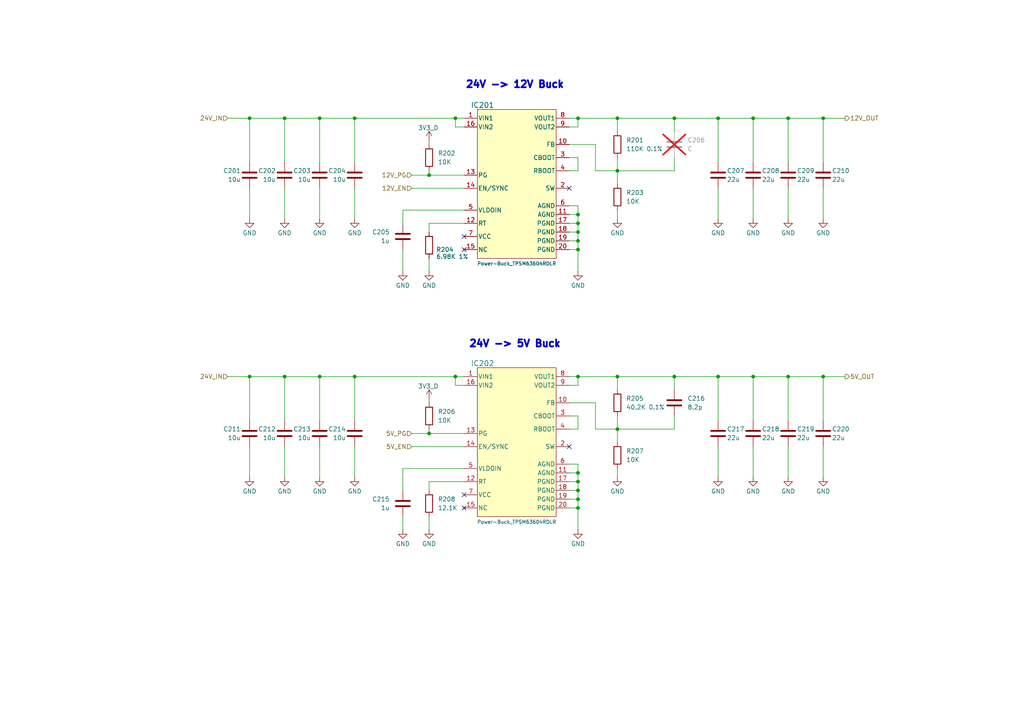
<source format=kicad_sch>
(kicad_sch (version 20250114) (generator "eeschema") (generator_version "9.0")
  (paper "A4")
  (title_block (title "RFE") (date "2024-06-01") (rev "A1") (company "LibreCellular Project - https://librecellular.org/") (comment 1 "Drawn: OK") (comment 2 "Checked: x"))
  (lib_symbols
    (symbol "Device:C" (pin_numbers (hide yes)) (pin_names (offset 0.254))
      (property "Reference" "C" (at 0.635 2.54 0))
      (property "Value" "C" (at 0.635 -2.54 0))
      (symbol "C_0_1"
        (polyline (pts (xy -2.032 0.762) (xy 2.032 0.762)) (stroke (width 0.508)))
        (polyline (pts (xy -2.032 -0.762) (xy 2.032 -0.762)) (stroke (width 0.508)))
      )
      (symbol "C_1_1"
        (pin passive line (at 0 3.81 270) (length 2.794) (name "~") (number "1"))
        (pin passive line (at 0 -3.81 90) (length 2.794) (name "~") (number "2"))
      )
    )
    (symbol "Device:R" (pin_numbers (hide yes)) (pin_names (offset 0))
      (property "Reference" "R" (at 2.032 0 90))
      (property "Value" "R" (at 0 0 90))
      (symbol "R_0_1"
        (rectangle (start -1.016 -2.54) (end 1.016 2.54) (stroke (width 0.254)))
      )
      (symbol "R_1_1"
        (pin passive line (at 0 3.81 270) (length 1.27) (name "~") (number "1"))
        (pin passive line (at 0 -3.81 90) (length 1.27) (name "~") (number "2"))
      )
    )
    (symbol "LC_RFE:Power-Buck_TPSM63604RDLR" (pin_names (offset 0.254))
      (property "Reference" "IC" (at -10.414 23.622 0))
      (property "Value" "Power-Buck_TPSM63604RDLR" (at -2.032 -23.622 0))
      (symbol "Power-Buck_TPSM63604RDLR_0_1"
        (pin input line (at -15.24 16.51 0) (length 3.81) (name "VIN2") (number "16"))
        (pin output line (at -15.24 2.54 0) (length 3.81) (name "PG") (number "13"))
        (pin input line (at -15.24 -1.27 0) (length 3.81) (name "EN/SYNC") (number "14"))
        (pin power_in line (at -15.24 -7.62 0) (length 3.81) (name "VLDOIN") (number "5"))
        (pin input line (at -15.24 -11.43 0) (length 3.81) (name "RT") (number "12"))
        (pin power_in line (at -15.24 -15.24 0) (length 3.81) (name "VCC") (number "7"))
        (pin no_connect line (at -15.24 -19.05 0) (length 3.81) (name "NC") (number "15"))
        (pin output line (at 15.24 19.05 180) (length 3.81) (name "VOUT1") (number "8"))
        (pin output line (at 15.24 16.51 180) (length 3.81) (name "VOUT2") (number "9"))
        (pin input line (at 15.24 11.43 180) (length 3.81) (name "FB") (number "10"))
        (pin bidirectional line (at 15.24 7.62 180) (length 3.81) (name "CBOOT") (number "3"))
        (pin bidirectional line (at 15.24 3.81 180) (length 3.81) (name "RBOOT") (number "4"))
        (pin output line (at 15.24 -1.27 180) (length 3.81) (name "SW") (number "2"))
        (pin power_out line (at 15.24 -6.35 180) (length 3.81) (name "AGND") (number "6"))
        (pin power_out line (at 15.24 -8.89 180) (length 3.81) (name "AGND") (number "11"))
        (pin power_out line (at 15.24 -11.43 180) (length 3.81) (name "PGND") (number "17"))
        (pin power_out line (at 15.24 -13.97 180) (length 3.81) (name "PGND") (number "18"))
        (pin power_out line (at 15.24 -16.51 180) (length 3.81) (name "PGND") (number "19"))
        (pin power_out line (at 15.24 -19.05 180) (length 3.81) (name "PGND") (number "20"))
      )
      (symbol "Power-Buck_TPSM63604RDLR_1_1"
        (rectangle (start -11.43 21.59) (end 11.43 -21.59) (fill (type background)))
        (pin input line (at -15.24 19.05 0) (length 3.81) (name "VIN1") (number "1"))
      )
    )
    (symbol "power:+3V3" (power) (pin_numbers (hide yes)) (pin_names (offset 0) (hide yes))
      (property "Value" "+3V3" (at 0 3.556 0))
      (symbol "+3V3_0_1"
        (polyline (pts (xy -0.762 1.27) (xy 0 2.54)))
        (polyline (pts (xy 0 2.54) (xy 0.762 1.27)))
        (polyline (pts (xy 0 0) (xy 0 2.54)))
      )
      (symbol "+3V3_1_1"
        (pin power_in line (at 0 0 90) (length 0) (name "~") (number "1"))
      )
    )
    (symbol "power:GND" (power) (pin_numbers (hide yes)) (pin_names (offset 0) (hide yes))
      (property "Value" "GND" (at 0 -3.81 0))
      (symbol "GND_0_1"
        (polyline (pts (xy 0 0) (xy 0 -1.27) (xy 1.27 -1.27) (xy 0 -2.54) (xy -1.27 -1.27) (xy 0 -1.27)))
      )
      (symbol "GND_1_1"
        (pin power_in line (at 0 0 270) (length 0) (name "~") (number "1"))
      )
    )
  )
  (text "24V -> 5V Buck" (at 149.352 99.822 0) (effects (font (size 2.032 2.032) (thickness 1.524) (bold yes))))
  (text "24V -> 12V Buck" (at 149.352 24.638 0) (effects (font (size 2.032 2.032) (thickness 1.524) (bold yes))))
  (junction (at 167.64 34.29))
  (junction (at 167.64 109.22))
  (junction (at 167.64 137.16))
  (junction (at 179.07 34.29))
  (junction (at 228.6 34.29))
  (junction (at 124.46 125.73))
  (junction (at 167.64 144.78))
  (junction (at 92.71 34.29))
  (junction (at 208.28 109.22))
  (junction (at 238.76 109.22))
  (junction (at 208.28 34.29))
  (junction (at 132.08 109.22))
  (junction (at 102.87 109.22))
  (junction (at 72.39 109.22))
  (junction (at 167.64 147.32))
  (junction (at 167.64 72.39))
  (junction (at 218.44 34.29))
  (junction (at 92.71 109.22))
  (junction (at 195.58 34.29))
  (junction (at 124.46 50.8))
  (junction (at 167.64 69.85))
  (junction (at 82.55 109.22))
  (junction (at 132.08 34.29))
  (junction (at 167.64 64.77))
  (junction (at 179.07 49.53))
  (junction (at 82.55 34.29))
  (junction (at 228.6 109.22))
  (junction (at 195.58 109.22))
  (junction (at 179.07 124.46))
  (junction (at 102.87 34.29))
  (junction (at 218.44 109.22))
  (junction (at 72.39 34.29))
  (junction (at 167.64 67.31))
  (junction (at 167.64 62.23))
  (junction (at 167.64 142.24))
  (junction (at 179.07 109.22))
  (junction (at 238.76 34.29))
  (junction (at 167.64 139.7))
  (no_connect (at 134.62 143.51))
  (no_connect (at 165.1 54.61))
  (no_connect (at 134.62 72.39))
  (no_connect (at 134.62 68.58))
  (no_connect (at 134.62 147.32))
  (no_connect (at 165.1 129.54))
  (wire (pts (xy 167.64 34.29) (xy 167.64 36.83)))
  (wire (pts (xy 167.64 137.16) (xy 167.64 139.7)))
  (wire (pts (xy 72.39 34.29) (xy 82.55 34.29)))
  (wire (pts (xy 119.38 129.54) (xy 134.62 129.54)))
  (wire (pts (xy 134.62 125.73) (xy 124.46 125.73)))
  (wire (pts (xy 165.1 67.31) (xy 167.64 67.31)))
  (wire (pts (xy 218.44 34.29) (xy 218.44 46.99)))
  (wire (pts (xy 72.39 34.29) (xy 72.39 46.99)))
  (wire (pts (xy 228.6 34.29) (xy 238.76 34.29)))
  (wire (pts (xy 116.84 78.74) (xy 116.84 72.39)))
  (wire (pts (xy 66.04 34.29) (xy 72.39 34.29)))
  (wire (pts (xy 179.07 34.29) (xy 179.07 38.1)))
  (wire (pts (xy 179.07 45.72) (xy 179.07 49.53)))
  (wire (pts (xy 179.07 109.22) (xy 195.58 109.22)))
  (wire (pts (xy 92.71 34.29) (xy 92.71 46.99)))
  (wire (pts (xy 179.07 120.65) (xy 179.07 124.46)))
  (wire (pts (xy 165.1 116.84) (xy 172.72 116.84)))
  (wire (pts (xy 134.62 60.96) (xy 116.84 60.96)))
  (wire (pts (xy 195.58 109.22) (xy 195.58 113.03)))
  (wire (pts (xy 134.62 139.7) (xy 124.46 139.7)))
  (wire (pts (xy 165.1 139.7) (xy 167.64 139.7)))
  (wire (pts (xy 124.46 125.73) (xy 124.46 124.46)))
  (wire (pts (xy 179.07 124.46) (xy 195.58 124.46)))
  (wire (pts (xy 167.64 120.65) (xy 167.64 124.46)))
  (wire (pts (xy 102.87 54.61) (xy 102.87 63.5)))
  (wire (pts (xy 102.87 129.54) (xy 102.87 138.43)))
  (wire (pts (xy 72.39 129.54) (xy 72.39 138.43)))
  (wire (pts (xy 134.62 111.76) (xy 132.08 111.76)))
  (wire (pts (xy 92.71 109.22) (xy 92.71 121.92)))
  (wire (pts (xy 167.64 45.72) (xy 167.64 49.53)))
  (wire (pts (xy 218.44 109.22) (xy 218.44 121.92)))
  (wire (pts (xy 116.84 153.67) (xy 116.84 149.86)))
  (wire (pts (xy 238.76 109.22) (xy 238.76 121.92)))
  (wire (pts (xy 165.1 144.78) (xy 167.64 144.78)))
  (wire (pts (xy 165.1 45.72) (xy 167.64 45.72)))
  (wire (pts (xy 179.07 124.46) (xy 179.07 128.27)))
  (wire (pts (xy 124.46 139.7) (xy 124.46 142.24)))
  (wire (pts (xy 132.08 34.29) (xy 132.08 36.83)))
  (wire (pts (xy 165.1 59.69) (xy 167.64 59.69)))
  (wire (pts (xy 218.44 54.61) (xy 218.44 63.5)))
  (wire (pts (xy 167.64 67.31) (xy 167.64 69.85)))
  (wire (pts (xy 165.1 34.29) (xy 167.64 34.29)))
  (wire (pts (xy 116.84 60.96) (xy 116.84 64.77)))
  (wire (pts (xy 165.1 36.83) (xy 167.64 36.83)))
  (wire (pts (xy 179.07 109.22) (xy 179.07 113.03)))
  (wire (pts (xy 208.28 129.54) (xy 208.28 138.43)))
  (wire (pts (xy 124.46 153.67) (xy 124.46 149.86)))
  (wire (pts (xy 72.39 109.22) (xy 72.39 121.92)))
  (wire (pts (xy 238.76 34.29) (xy 238.76 46.99)))
  (wire (pts (xy 82.55 54.61) (xy 82.55 63.5)))
  (wire (pts (xy 82.55 34.29) (xy 82.55 46.99)))
  (wire (pts (xy 208.28 109.22) (xy 208.28 121.92)))
  (wire (pts (xy 228.6 54.61) (xy 228.6 63.5)))
  (wire (pts (xy 92.71 109.22) (xy 102.87 109.22)))
  (wire (pts (xy 132.08 109.22) (xy 134.62 109.22)))
  (wire (pts (xy 124.46 40.64) (xy 124.46 41.91)))
  (wire (pts (xy 179.07 34.29) (xy 195.58 34.29)))
  (wire (pts (xy 218.44 34.29) (xy 228.6 34.29)))
  (wire (pts (xy 167.64 134.62) (xy 167.64 137.16)))
  (wire (pts (xy 179.07 49.53) (xy 195.58 49.53)))
  (wire (pts (xy 179.07 49.53) (xy 179.07 53.34)))
  (wire (pts (xy 102.87 109.22) (xy 132.08 109.22)))
  (wire (pts (xy 228.6 34.29) (xy 228.6 46.99)))
  (wire (pts (xy 165.1 72.39) (xy 167.64 72.39)))
  (wire (pts (xy 238.76 34.29) (xy 245.11 34.29)))
  (wire (pts (xy 116.84 135.89) (xy 116.84 142.24)))
  (wire (pts (xy 228.6 109.22) (xy 238.76 109.22)))
  (wire (pts (xy 167.64 62.23) (xy 167.64 64.77)))
  (wire (pts (xy 165.1 109.22) (xy 167.64 109.22)))
  (wire (pts (xy 132.08 34.29) (xy 134.62 34.29)))
  (wire (pts (xy 124.46 115.57) (xy 124.46 116.84)))
  (wire (pts (xy 195.58 120.65) (xy 195.58 124.46)))
  (wire (pts (xy 167.64 109.22) (xy 179.07 109.22)))
  (wire (pts (xy 102.87 109.22) (xy 102.87 121.92)))
  (wire (pts (xy 102.87 34.29) (xy 102.87 46.99)))
  (wire (pts (xy 165.1 111.76) (xy 167.64 111.76)))
  (wire (pts (xy 92.71 129.54) (xy 92.71 138.43)))
  (wire (pts (xy 195.58 34.29) (xy 208.28 34.29)))
  (wire (pts (xy 228.6 129.54) (xy 228.6 138.43)))
  (wire (pts (xy 134.62 135.89) (xy 116.84 135.89)))
  (wire (pts (xy 167.64 142.24) (xy 167.64 144.78)))
  (wire (pts (xy 165.1 69.85) (xy 167.64 69.85)))
  (wire (pts (xy 167.64 72.39) (xy 167.64 78.74)))
  (wire (pts (xy 82.55 109.22) (xy 82.55 121.92)))
  (wire (pts (xy 208.28 34.29) (xy 208.28 46.99)))
  (wire (pts (xy 165.1 137.16) (xy 167.64 137.16)))
  (wire (pts (xy 92.71 34.29) (xy 102.87 34.29)))
  (wire (pts (xy 119.38 50.8) (xy 124.46 50.8)))
  (wire (pts (xy 165.1 64.77) (xy 167.64 64.77)))
  (wire (pts (xy 72.39 109.22) (xy 82.55 109.22)))
  (wire (pts (xy 82.55 129.54) (xy 82.55 138.43)))
  (wire (pts (xy 167.64 59.69) (xy 167.64 62.23)))
  (wire (pts (xy 208.28 109.22) (xy 218.44 109.22)))
  (wire (pts (xy 238.76 109.22) (xy 245.11 109.22)))
  (wire (pts (xy 179.07 138.43) (xy 179.07 135.89)))
  (wire (pts (xy 92.71 54.61) (xy 92.71 63.5)))
  (wire (pts (xy 167.64 144.78) (xy 167.64 147.32)))
  (wire (pts (xy 132.08 109.22) (xy 132.08 111.76)))
  (wire (pts (xy 167.64 64.77) (xy 167.64 67.31)))
  (wire (pts (xy 238.76 54.61) (xy 238.76 63.5)))
  (wire (pts (xy 195.58 45.72) (xy 195.58 49.53)))
  (wire (pts (xy 165.1 124.46) (xy 167.64 124.46)))
  (wire (pts (xy 124.46 78.74) (xy 124.46 74.93)))
  (wire (pts (xy 238.76 129.54) (xy 238.76 138.43)))
  (wire (pts (xy 165.1 142.24) (xy 167.64 142.24)))
  (wire (pts (xy 124.46 50.8) (xy 124.46 49.53)))
  (wire (pts (xy 165.1 147.32) (xy 167.64 147.32)))
  (wire (pts (xy 167.64 69.85) (xy 167.64 72.39)))
  (wire (pts (xy 66.04 109.22) (xy 72.39 109.22)))
  (wire (pts (xy 134.62 50.8) (xy 124.46 50.8)))
  (wire (pts (xy 119.38 125.73) (xy 124.46 125.73)))
  (wire (pts (xy 167.64 139.7) (xy 167.64 142.24)))
  (wire (pts (xy 82.55 109.22) (xy 92.71 109.22)))
  (wire (pts (xy 208.28 54.61) (xy 208.28 63.5)))
  (wire (pts (xy 165.1 41.91) (xy 172.72 41.91)))
  (wire (pts (xy 72.39 54.61) (xy 72.39 63.5)))
  (wire (pts (xy 195.58 34.29) (xy 195.58 38.1)))
  (wire (pts (xy 119.38 54.61) (xy 134.62 54.61)))
  (wire (pts (xy 172.72 124.46) (xy 179.07 124.46)))
  (wire (pts (xy 165.1 62.23) (xy 167.64 62.23)))
  (wire (pts (xy 102.87 34.29) (xy 132.08 34.29)))
  (wire (pts (xy 134.62 36.83) (xy 132.08 36.83)))
  (wire (pts (xy 172.72 49.53) (xy 179.07 49.53)))
  (wire (pts (xy 82.55 34.29) (xy 92.71 34.29)))
  (wire (pts (xy 165.1 49.53) (xy 167.64 49.53)))
  (wire (pts (xy 134.62 64.77) (xy 124.46 64.77)))
  (wire (pts (xy 167.64 147.32) (xy 167.64 153.67)))
  (wire (pts (xy 172.72 41.91) (xy 172.72 49.53)))
  (wire (pts (xy 228.6 109.22) (xy 228.6 121.92)))
  (wire (pts (xy 124.46 64.77) (xy 124.46 67.31)))
  (wire (pts (xy 167.64 109.22) (xy 167.64 111.76)))
  (wire (pts (xy 165.1 134.62) (xy 167.64 134.62)))
  (wire (pts (xy 165.1 120.65) (xy 167.64 120.65)))
  (wire (pts (xy 179.07 63.5) (xy 179.07 60.96)))
  (wire (pts (xy 172.72 116.84) (xy 172.72 124.46)))
  (wire (pts (xy 218.44 109.22) (xy 228.6 109.22)))
  (wire (pts (xy 167.64 34.29) (xy 179.07 34.29)))
  (wire (pts (xy 208.28 34.29) (xy 218.44 34.29)))
  (wire (pts (xy 218.44 129.54) (xy 218.44 138.43)))
  (wire (pts (xy 195.58 109.22) (xy 208.28 109.22)))
  (hierarchical_label "24V_IN" (shape input) (at 66.04 34.29 180))
  (hierarchical_label "5V_PG" (shape input) (at 119.38 125.73 180))
  (hierarchical_label "12V_OUT" (shape output) (at 245.11 34.29 0))
  (hierarchical_label "5V_EN" (shape input) (at 119.38 129.54 180))
  (hierarchical_label "5V_OUT" (shape output) (at 245.11 109.22 0))
  (hierarchical_label "24V_IN" (shape input) (at 66.04 109.22 180))
  (hierarchical_label "12V_PG" (shape input) (at 119.38 50.8 180))
  (hierarchical_label "12V_EN" (shape input) (at 119.38 54.61 180))
  (symbol (lib_id "power:GND") (at 179.07 138.43 0) (unit 1)
    (property "Reference" "#PWR0219" (effects (hide yes)))
    (property "Value" "GND" (at 179.07 142.494 0))
    (property "Description" "Power symbol creates a global label with name \"GND\" , ground" (effects (hide yes)))
  )
  (symbol (lib_id "LC_RFE:Power-Buck_TPSM63604RDLR") (at 149.86 53.34 0) (unit 1)
    (property "Reference" "IC201" (at 139.954 30.48 0) (effects (font (size 1.524 1.524))))
    (property "Value" "Power-Buck_TPSM63604RDLR" (at 149.86 76.454 0) (effects (font (size 1.016 1.016))))
    (property "Footprint" "LC_RFE:B3QFN-20(5.0x5.5)-RDL0020A" (effects (hide yes)))
    (property "Datasheet" "TPSM63604RDLR" (effects (hide yes)))
    (property "JLCASSY" "C5219289" (effects (hide yes)))
  )
  (symbol (lib_id "Device:C") (at 218.44 50.8 0) (mirror y) (unit 1)
    (property "Reference" "C208" (at 220.98 49.53 0) (effects (justify right)))
    (property "Value" "22u" (at 220.98 52.07 0) (effects (justify right)))
    (property "Footprint" "Capacitor_SMD:C_1206_3216Metric" (effects (hide yes)))
    (property "Description" "Unpolarized capacitor" (effects (hide yes)))
    (property "JLCASSY" "C478862" (effects (hide yes)))
  )
  (symbol (lib_id "Device:C") (at 82.55 125.73 0) (unit 1)
    (property "Reference" "C212" (at 80.01 124.46 0) (effects (justify right)))
    (property "Value" "10u" (at 80.01 127 0) (effects (justify right)))
    (property "Footprint" "Capacitor_SMD:C_1210_3225Metric" (effects (hide yes)))
    (property "Description" "Unpolarized capacitor" (effects (hide yes)))
    (property "JLCASSY" "C597578" (effects (hide yes)))
  )
  (symbol (lib_id "Device:C") (at 72.39 50.8 0) (unit 1)
    (property "Reference" "C201" (at 69.85 49.53 0) (effects (justify right)))
    (property "Value" "10u" (at 69.85 52.07 0) (effects (justify right)))
    (property "Footprint" "Capacitor_SMD:C_1210_3225Metric" (effects (hide yes)))
    (property "Description" "Unpolarized capacitor" (effects (hide yes)))
    (property "JLCASSY" "C597578" (effects (hide yes)))
  )
  (symbol (lib_id "Device:C") (at 72.39 125.73 0) (unit 1)
    (property "Reference" "C211" (at 69.85 124.46 0) (effects (justify right)))
    (property "Value" "10u" (at 69.85 127 0) (effects (justify right)))
    (property "Footprint" "Capacitor_SMD:C_1210_3225Metric" (effects (hide yes)))
    (property "Description" "Unpolarized capacitor" (effects (hide yes)))
    (property "JLCASSY" "C597578" (effects (hide yes)))
  )
  (symbol (lib_id "power:GND") (at 124.46 153.67 0) (unit 1)
    (property "Reference" "#PWR0225" (effects (hide yes)))
    (property "Value" "GND" (at 124.46 157.734 0))
    (property "Description" "Power symbol creates a global label with name \"GND\" , ground" (effects (hide yes)))
  )
  (symbol (lib_id "power:GND") (at 82.55 138.43 0) (unit 1)
    (property "Reference" "#PWR0216" (effects (hide yes)))
    (property "Value" "GND" (at 82.55 142.494 0))
    (property "Description" "Power symbol creates a global label with name \"GND\" , ground" (effects (hide yes)))
  )
  (symbol (lib_id "Device:C") (at 82.55 50.8 0) (unit 1)
    (property "Reference" "C202" (at 80.01 49.53 0) (effects (justify right)))
    (property "Value" "10u" (at 80.01 52.07 0) (effects (justify right)))
    (property "Footprint" "Capacitor_SMD:C_1210_3225Metric" (effects (hide yes)))
    (property "Description" "Unpolarized capacitor" (effects (hide yes)))
    (property "JLCASSY" "C597578" (effects (hide yes)))
  )
  (symbol (lib_id "Device:C") (at 195.58 41.91 0) (mirror y) (unit 1) (dnp yes)
    (property "Reference" "C206" (at 199.39 40.6399 0) (effects (justify right)))
    (property "Value" "C" (at 199.39 43.1799 0) (effects (justify right)))
    (property "Footprint" "Capacitor_SMD:C_0402_1005Metric" (effects (hide yes)))
    (property "Description" "Unpolarized capacitor" (effects (hide yes)))
  )
  (symbol (lib_id "Device:R") (at 179.07 132.08 0) (unit 1)
    (property "Reference" "R207" (at 181.61 130.8099 0) (effects (justify left)))
    (property "Value" "10K" (at 181.61 133.3499 0) (effects (justify left)))
    (property "Footprint" "Resistor_SMD:R_0402_1005Metric" (effects (hide yes)))
    (property "Description" "Resistor" (effects (hide yes)))
    (property "JLCASSY" "C2902636" (effects (hide yes)))
  )
  (symbol (lib_id "power:+3V3") (at 124.46 115.57 0) (unit 1)
    (property "Reference" "#PWR0214" (effects (hide yes)))
    (property "Value" "3V3_D" (at 124.206 112.014 0))
    (property "Description" "Power symbol creates a global label with name \"+3V3\"" (effects (hide yes)))
  )
  (symbol (lib_id "Device:C") (at 218.44 125.73 0) (mirror y) (unit 1)
    (property "Reference" "C218" (at 220.98 124.46 0) (effects (justify right)))
    (property "Value" "22u" (at 220.98 127 0) (effects (justify right)))
    (property "Footprint" "Capacitor_SMD:C_1206_3216Metric" (effects (hide yes)))
    (property "Description" "Unpolarized capacitor" (effects (hide yes)))
    (property "JLCASSY" "C478862" (effects (hide yes)))
  )
  (symbol (lib_id "power:GND") (at 167.64 78.74 0) (unit 1)
    (property "Reference" "#PWR0213" (effects (hide yes)))
    (property "Value" "GND" (at 167.64 82.804 0))
    (property "Description" "Power symbol creates a global label with name \"GND\" , ground" (effects (hide yes)))
  )
  (symbol (lib_id "power:+3V3") (at 124.46 40.64 0) (unit 1)
    (property "Reference" "#PWR0201" (effects (hide yes)))
    (property "Value" "3V3_D" (at 124.206 37.084 0))
    (property "Description" "Power symbol creates a global label with name \"+3V3\"" (effects (hide yes)))
  )
  (symbol (lib_id "Device:R") (at 124.46 71.12 0) (unit 1)
    (property "Reference" "R204" (at 126.492 72.39 0) (effects (justify left)))
    (property "Value" "6.98K 1%" (at 126.492 74.422 0) (effects (justify left)))
    (property "Footprint" "Resistor_SMD:R_0402_1005Metric" (effects (hide yes)))
    (property "Description" "Resistor" (effects (hide yes)))
    (property "JLCASSY" "C47500" (effects (hide yes)))
  )
  (symbol (lib_id "Device:C") (at 116.84 146.05 0) (unit 1)
    (property "Reference" "C215" (at 113.03 144.7799 0) (effects (justify right)))
    (property "Value" "1u" (at 113.03 147.3199 0) (effects (justify right)))
    (property "Footprint" "Capacitor_SMD:C_0603_1608Metric" (effects (hide yes)))
    (property "Description" "Unpolarized capacitor" (effects (hide yes)))
    (property "JLCASSY" "C519560" (effects (hide yes)))
  )
  (symbol (lib_id "power:GND") (at 218.44 138.43 0) (unit 1)
    (property "Reference" "#PWR0221" (effects (hide yes)))
    (property "Value" "GND" (at 218.44 142.494 0))
    (property "Description" "Power symbol creates a global label with name \"GND\" , ground" (effects (hide yes)))
  )
  (symbol (lib_id "power:GND") (at 208.28 63.5 0) (unit 1)
    (property "Reference" "#PWR0207" (effects (hide yes)))
    (property "Value" "GND" (at 208.28 67.564 0))
    (property "Description" "Power symbol creates a global label with name \"GND\" , ground" (effects (hide yes)))
  )
  (symbol (lib_id "Device:R") (at 179.07 116.84 0) (unit 1)
    (property "Reference" "R205" (at 181.61 115.5699 0) (effects (justify left)))
    (property "Value" "40.2K 0.1%" (at 181.61 118.1099 0) (effects (justify left)))
    (property "Footprint" "Resistor_SMD:R_0402_1005Metric" (effects (hide yes)))
    (property "Description" "Resistor" (effects (hide yes)))
    (property "JLCASSY" "C852775" (effects (hide yes)))
  )
  (symbol (lib_id "power:GND") (at 238.76 63.5 0) (unit 1)
    (property "Reference" "#PWR0210" (effects (hide yes)))
    (property "Value" "GND" (at 238.76 67.564 0))
    (property "Description" "Power symbol creates a global label with name \"GND\" , ground" (effects (hide yes)))
  )
  (symbol (lib_id "Device:C") (at 92.71 125.73 0) (unit 1)
    (property "Reference" "C213" (at 90.17 124.46 0) (effects (justify right)))
    (property "Value" "10u" (at 90.17 127 0) (effects (justify right)))
    (property "Footprint" "Capacitor_SMD:C_1210_3225Metric" (effects (hide yes)))
    (property "Description" "Unpolarized capacitor" (effects (hide yes)))
    (property "JLCASSY" "C597578" (effects (hide yes)))
  )
  (symbol (lib_id "power:GND") (at 72.39 63.5 0) (unit 1)
    (property "Reference" "#PWR0202" (effects (hide yes)))
    (property "Value" "GND" (at 72.39 67.564 0))
    (property "Description" "Power symbol creates a global label with name \"GND\" , ground" (effects (hide yes)))
  )
  (symbol (lib_id "power:GND") (at 82.55 63.5 0) (unit 1)
    (property "Reference" "#PWR0203" (effects (hide yes)))
    (property "Value" "GND" (at 82.55 67.564 0))
    (property "Description" "Power symbol creates a global label with name \"GND\" , ground" (effects (hide yes)))
  )
  (symbol (lib_id "Device:R") (at 124.46 146.05 0) (unit 1)
    (property "Reference" "R208" (at 127 144.7799 0) (effects (justify left)))
    (property "Value" "12.1K" (at 127 147.3199 0) (effects (justify left)))
    (property "Footprint" "Resistor_SMD:R_0402_1005Metric" (effects (hide yes)))
    (property "Description" "Resistor" (effects (hide yes)))
    (property "JLCASSY" "C281773" (effects (hide yes)))
  )
  (symbol (lib_id "power:GND") (at 228.6 63.5 0) (unit 1)
    (property "Reference" "#PWR0209" (effects (hide yes)))
    (property "Value" "GND" (at 228.6 67.564 0))
    (property "Description" "Power symbol creates a global label with name \"GND\" , ground" (effects (hide yes)))
  )
  (symbol (lib_id "Device:C") (at 102.87 50.8 0) (unit 1)
    (property "Reference" "C204" (at 100.33 49.53 0) (effects (justify right)))
    (property "Value" "10u" (at 100.33 52.07 0) (effects (justify right)))
    (property "Footprint" "Capacitor_SMD:C_1210_3225Metric" (effects (hide yes)))
    (property "Description" "Unpolarized capacitor" (effects (hide yes)))
    (property "JLCASSY" "C597578" (effects (hide yes)))
  )
  (symbol (lib_id "Device:C") (at 102.87 125.73 0) (unit 1)
    (property "Reference" "C214" (at 100.33 124.46 0) (effects (justify right)))
    (property "Value" "10u" (at 100.33 127 0) (effects (justify right)))
    (property "Footprint" "Capacitor_SMD:C_1210_3225Metric" (effects (hide yes)))
    (property "Description" "Unpolarized capacitor" (effects (hide yes)))
    (property "JLCASSY" "C597578" (effects (hide yes)))
  )
  (symbol (lib_id "Device:R") (at 124.46 120.65 0) (unit 1)
    (property "Reference" "R206" (at 127 119.3799 0) (effects (justify left)))
    (property "Value" "10K" (at 127 121.9199 0) (effects (justify left)))
    (property "Footprint" "Resistor_SMD:R_0402_1005Metric" (effects (hide yes)))
    (property "Description" "Resistor" (effects (hide yes)))
    (property "JLCASSY" "C2902636" (effects (hide yes)))
  )
  (symbol (lib_id "Device:C") (at 116.84 68.58 0) (unit 1)
    (property "Reference" "C205" (at 113.03 67.3099 0) (effects (justify right)))
    (property "Value" "1u" (at 113.03 69.8499 0) (effects (justify right)))
    (property "Footprint" "Capacitor_SMD:C_0603_1608Metric" (effects (hide yes)))
    (property "Description" "Unpolarized capacitor" (effects (hide yes)))
    (property "JLCASSY" "C519560" (effects (hide yes)))
  )
  (symbol (lib_id "Device:R") (at 179.07 57.15 0) (unit 1)
    (property "Reference" "R203" (at 181.61 55.8799 0) (effects (justify left)))
    (property "Value" "10K" (at 181.61 58.4199 0) (effects (justify left)))
    (property "Footprint" "Resistor_SMD:R_0402_1005Metric" (effects (hide yes)))
    (property "Description" "Resistor" (effects (hide yes)))
    (property "JLCASSY" "C2902636" (effects (hide yes)))
  )
  (symbol (lib_id "Device:C") (at 208.28 125.73 0) (mirror y) (unit 1)
    (property "Reference" "C217" (at 210.82 124.46 0) (effects (justify right)))
    (property "Value" "22u" (at 210.82 127 0) (effects (justify right)))
    (property "Footprint" "Capacitor_SMD:C_1206_3216Metric" (effects (hide yes)))
    (property "Description" "Unpolarized capacitor" (effects (hide yes)))
    (property "JLCASSY" "C478862" (effects (hide yes)))
  )
  (symbol (lib_id "Device:C") (at 195.58 116.84 0) (mirror y) (unit 1)
    (property "Reference" "C216" (at 199.39 115.5699 0) (effects (justify right)))
    (property "Value" "8.2p" (at 199.39 118.1099 0) (effects (justify right)))
    (property "Footprint" "Capacitor_SMD:C_0402_1005Metric" (effects (hide yes)))
    (property "Description" "Unpolarized capacitor" (effects (hide yes)))
    (property "JLCASSY" "C1579" (effects (hide yes)))
  )
  (symbol (lib_id "Device:R") (at 124.46 45.72 0) (unit 1)
    (property "Reference" "R202" (at 127 44.4499 0) (effects (justify left)))
    (property "Value" "10K" (at 127 46.9899 0) (effects (justify left)))
    (property "Footprint" "Resistor_SMD:R_0402_1005Metric" (effects (hide yes)))
    (property "Description" "Resistor" (effects (hide yes)))
    (property "JLCASSY" "C2902636" (effects (hide yes)))
  )
  (symbol (lib_id "power:GND") (at 72.39 138.43 0) (unit 1)
    (property "Reference" "#PWR0215" (effects (hide yes)))
    (property "Value" "GND" (at 72.39 142.494 0))
    (property "Description" "Power symbol creates a global label with name \"GND\" , ground" (effects (hide yes)))
  )
  (symbol (lib_id "power:GND") (at 116.84 78.74 0) (unit 1)
    (property "Reference" "#PWR0211" (effects (hide yes)))
    (property "Value" "GND" (at 116.84 82.804 0))
    (property "Description" "Power symbol creates a global label with name \"GND\" , ground" (effects (hide yes)))
  )
  (symbol (lib_id "Device:C") (at 238.76 125.73 0) (mirror y) (unit 1)
    (property "Reference" "C220" (at 241.3 124.46 0) (effects (justify right)))
    (property "Value" "22u" (at 241.3 127 0) (effects (justify right)))
    (property "Footprint" "Capacitor_SMD:C_1206_3216Metric" (effects (hide yes)))
    (property "Description" "Unpolarized capacitor" (effects (hide yes)))
    (property "JLCASSY" "C478862" (effects (hide yes)))
  )
  (symbol (lib_id "Device:R") (at 179.07 41.91 0) (unit 1)
    (property "Reference" "R201" (at 181.61 40.6399 0) (effects (justify left)))
    (property "Value" "110K 0.1%" (at 181.61 43.1799 0) (effects (justify left)))
    (property "Footprint" "Resistor_SMD:R_0402_1005Metric" (effects (hide yes)))
    (property "Description" "Resistor" (effects (hide yes)))
    (property "JLCASSY" "C517659" (effects (hide yes)))
  )
  (symbol (lib_id "Device:C") (at 208.28 50.8 0) (mirror y) (unit 1)
    (property "Reference" "C207" (at 210.82 49.53 0) (effects (justify right)))
    (property "Value" "22u" (at 210.82 52.07 0) (effects (justify right)))
    (property "Footprint" "Capacitor_SMD:C_1206_3216Metric" (effects (hide yes)))
    (property "Description" "Unpolarized capacitor" (effects (hide yes)))
    (property "JLCASSY" "C478862" (effects (hide yes)))
  )
  (symbol (lib_id "Device:C") (at 238.76 50.8 0) (mirror y) (unit 1)
    (property "Reference" "C210" (at 241.3 49.53 0) (effects (justify right)))
    (property "Value" "22u" (at 241.3 52.07 0) (effects (justify right)))
    (property "Footprint" "Capacitor_SMD:C_1206_3216Metric" (effects (hide yes)))
    (property "Description" "Unpolarized capacitor" (effects (hide yes)))
    (property "JLCASSY" "C478862" (effects (hide yes)))
  )
  (symbol (lib_id "power:GND") (at 116.84 153.67 0) (unit 1)
    (property "Reference" "#PWR0224" (effects (hide yes)))
    (property "Value" "GND" (at 116.84 157.734 0))
    (property "Description" "Power symbol creates a global label with name \"GND\" , ground" (effects (hide yes)))
  )
  (symbol (lib_id "power:GND") (at 102.87 138.43 0) (unit 1)
    (property "Reference" "#PWR0218" (effects (hide yes)))
    (property "Value" "GND" (at 102.87 142.494 0))
    (property "Description" "Power symbol creates a global label with name \"GND\" , ground" (effects (hide yes)))
  )
  (symbol (lib_id "power:GND") (at 167.64 153.67 0) (unit 1)
    (property "Reference" "#PWR0226" (effects (hide yes)))
    (property "Value" "GND" (at 167.64 157.734 0))
    (property "Description" "Power symbol creates a global label with name \"GND\" , ground" (effects (hide yes)))
  )
  (symbol (lib_id "power:GND") (at 124.46 78.74 0) (unit 1)
    (property "Reference" "#PWR0212" (effects (hide yes)))
    (property "Value" "GND" (at 124.46 82.804 0))
    (property "Description" "Power symbol creates a global label with name \"GND\" , ground" (effects (hide yes)))
  )
  (symbol (lib_id "LC_RFE:Power-Buck_TPSM63604RDLR") (at 149.86 128.27 0) (unit 1)
    (property "Reference" "IC202" (at 139.954 105.41 0) (effects (font (size 1.524 1.524))))
    (property "Value" "Power-Buck_TPSM63604RDLR" (at 149.86 151.384 0) (effects (font (size 1.016 1.016))))
    (property "Footprint" "LC_RFE:B3QFN-20(5.0x5.5)-RDL0020A" (effects (hide yes)))
    (property "Datasheet" "TPSM63604RDLR" (effects (hide yes)))
    (property "JLCASSY" "C5219289" (effects (hide yes)))
  )
  (symbol (lib_id "power:GND") (at 238.76 138.43 0) (unit 1)
    (property "Reference" "#PWR0223" (effects (hide yes)))
    (property "Value" "GND" (at 238.76 142.494 0))
    (property "Description" "Power symbol creates a global label with name \"GND\" , ground" (effects (hide yes)))
  )
  (symbol (lib_id "power:GND") (at 102.87 63.5 0) (unit 1)
    (property "Reference" "#PWR0205" (effects (hide yes)))
    (property "Value" "GND" (at 102.87 67.564 0))
    (property "Description" "Power symbol creates a global label with name \"GND\" , ground" (effects (hide yes)))
  )
  (symbol (lib_id "power:GND") (at 228.6 138.43 0) (unit 1)
    (property "Reference" "#PWR0222" (effects (hide yes)))
    (property "Value" "GND" (at 228.6 142.494 0))
    (property "Description" "Power symbol creates a global label with name \"GND\" , ground" (effects (hide yes)))
  )
  (symbol (lib_id "power:GND") (at 208.28 138.43 0) (unit 1)
    (property "Reference" "#PWR0220" (effects (hide yes)))
    (property "Value" "GND" (at 208.28 142.494 0))
    (property "Description" "Power symbol creates a global label with name \"GND\" , ground" (effects (hide yes)))
  )
  (symbol (lib_id "power:GND") (at 92.71 138.43 0) (unit 1)
    (property "Reference" "#PWR0217" (effects (hide yes)))
    (property "Value" "GND" (at 92.71 142.494 0))
    (property "Description" "Power symbol creates a global label with name \"GND\" , ground" (effects (hide yes)))
  )
  (symbol (lib_id "Device:C") (at 228.6 125.73 0) (mirror y) (unit 1)
    (property "Reference" "C219" (at 231.14 124.46 0) (effects (justify right)))
    (property "Value" "22u" (at 231.14 127 0) (effects (justify right)))
    (property "Footprint" "Capacitor_SMD:C_1206_3216Metric" (effects (hide yes)))
    (property "Description" "Unpolarized capacitor" (effects (hide yes)))
    (property "JLCASSY" "C478862" (effects (hide yes)))
  )
  (symbol (lib_id "power:GND") (at 179.07 63.5 0) (unit 1)
    (property "Reference" "#PWR0206" (effects (hide yes)))
    (property "Value" "GND" (at 179.07 67.564 0))
    (property "Description" "Power symbol creates a global label with name \"GND\" , ground" (effects (hide yes)))
  )
  (symbol (lib_id "power:GND") (at 218.44 63.5 0) (unit 1)
    (property "Reference" "#PWR0208" (effects (hide yes)))
    (property "Value" "GND" (at 218.44 67.564 0))
    (property "Description" "Power symbol creates a global label with name \"GND\" , ground" (effects (hide yes)))
  )
  (symbol (lib_id "power:GND") (at 92.71 63.5 0) (unit 1)
    (property "Reference" "#PWR0204" (effects (hide yes)))
    (property "Value" "GND" (at 92.71 67.564 0))
    (property "Description" "Power symbol creates a global label with name \"GND\" , ground" (effects (hide yes)))
  )
  (symbol (lib_id "Device:C") (at 92.71 50.8 0) (unit 1)
    (property "Reference" "C203" (at 90.17 49.53 0) (effects (justify right)))
    (property "Value" "10u" (at 90.17 52.07 0) (effects (justify right)))
    (property "Footprint" "Capacitor_SMD:C_1210_3225Metric" (effects (hide yes)))
    (property "Description" "Unpolarized capacitor" (effects (hide yes)))
    (property "JLCASSY" "C597578" (effects (hide yes)))
  )
  (symbol (lib_id "Device:C") (at 228.6 50.8 0) (mirror y) (unit 1)
    (property "Reference" "C209" (at 231.14 49.53 0) (effects (justify right)))
    (property "Value" "22u" (at 231.14 52.07 0) (effects (justify right)))
    (property "Footprint" "Capacitor_SMD:C_1206_3216Metric" (effects (hide yes)))
    (property "Description" "Unpolarized capacitor" (effects (hide yes)))
    (property "JLCASSY" "C478862" (effects (hide yes)))
  )
)
</source>
